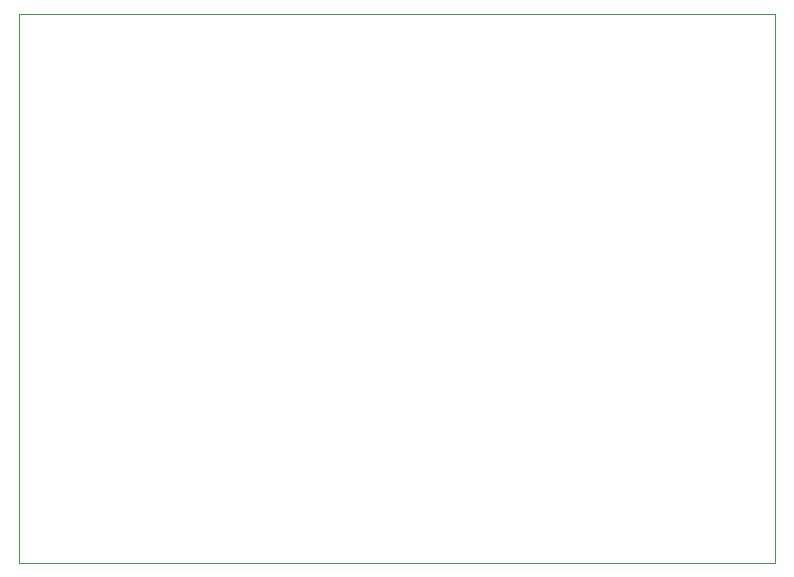
<source format=gbr>
%TF.GenerationSoftware,KiCad,Pcbnew,(5.1.6)-1*%
%TF.CreationDate,2021-03-31T13:13:51-04:00*%
%TF.ProjectId,Freespeed-Clone,46726565-7370-4656-9564-2d436c6f6e65,rev?*%
%TF.SameCoordinates,Original*%
%TF.FileFunction,Profile,NP*%
%FSLAX46Y46*%
G04 Gerber Fmt 4.6, Leading zero omitted, Abs format (unit mm)*
G04 Created by KiCad (PCBNEW (5.1.6)-1) date 2021-03-31 13:13:51*
%MOMM*%
%LPD*%
G01*
G04 APERTURE LIST*
%TA.AperFunction,Profile*%
%ADD10C,0.050000*%
%TD*%
G04 APERTURE END LIST*
D10*
X98806000Y-42418000D02*
X162814000Y-42418000D01*
X162814000Y-88900000D02*
X162814000Y-42418000D01*
X98806000Y-88900000D02*
X162814000Y-88900000D01*
X98806000Y-42418000D02*
X98806000Y-88900000D01*
M02*

</source>
